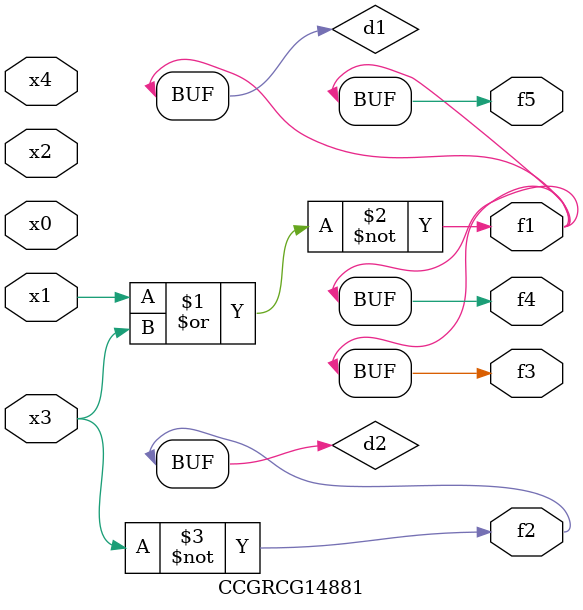
<source format=v>
module CCGRCG14881(
	input x0, x1, x2, x3, x4,
	output f1, f2, f3, f4, f5
);

	wire d1, d2;

	nor (d1, x1, x3);
	not (d2, x3);
	assign f1 = d1;
	assign f2 = d2;
	assign f3 = d1;
	assign f4 = d1;
	assign f5 = d1;
endmodule

</source>
